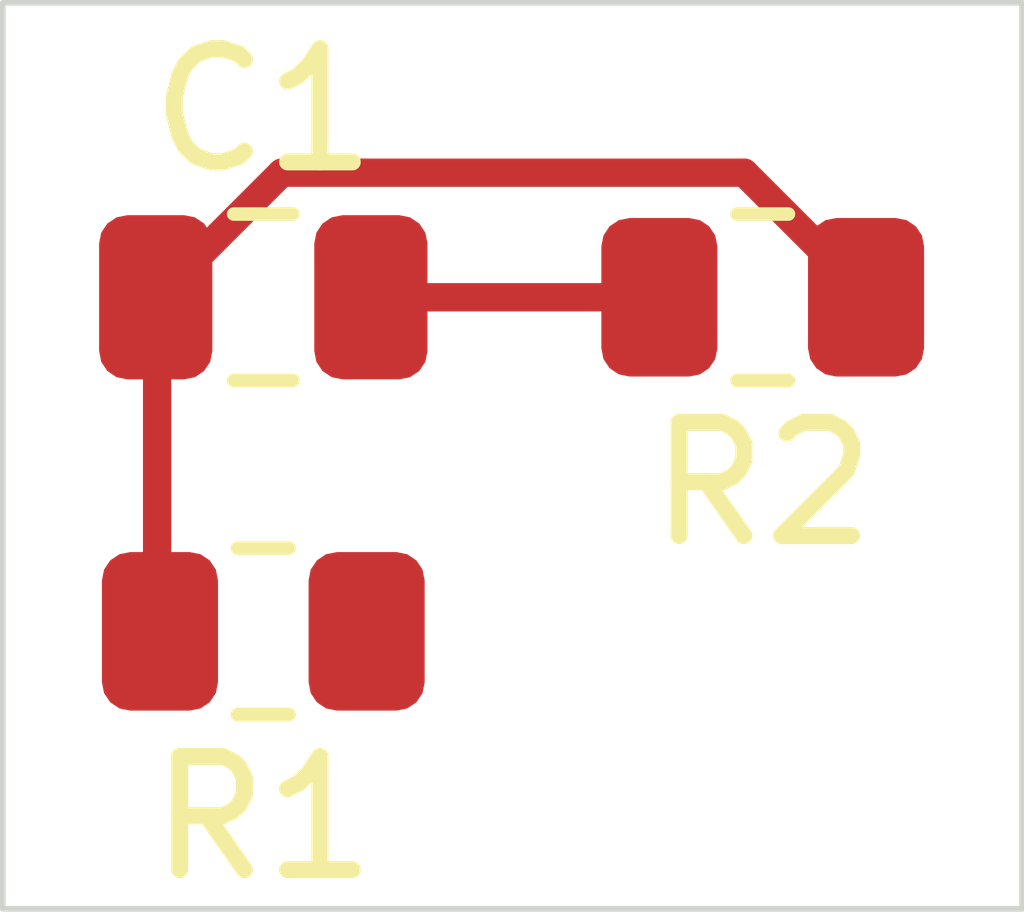
<source format=kicad_pcb>
(kicad_pcb (version 20241228) (generator "pcbnew") (generator_version "9.0")
  (layers (0 "F.Cu" signal) (2 "B.Cu" signal) (13 "F.Paste" user) (15 "B.Paste" user) (5 "F.SilkS" user "F.Silkscreen") (7 "B.SilkS" user "B.Silkscreen") (1 "F.Mask" user) (3 "B.Mask" user) (25 "Edge.Cuts" user))
  (net 0 "")
  (net 1 "GND")
  (net 2 "Net-(C1-Pad1)")
  (net 3 "VCC")
  (footprint "Capacitor_SMD:C_0805_2012Metric" (layer "F.Cu") (at 146.3 78.6)
    (property "Reference" "C1" (at 0 -1.65 0) (layer "F.SilkS"))
    (property "Value" "1uF")
    (fp_line (start -0.261252 -0.735) (end 0.261252 -0.735) (stroke (width 0.12)) (layer "F.SilkS"))
    (fp_line (start -0.261252 0.735) (end 0.261252 0.735) (stroke (width 0.12)) (layer "F.SilkS"))
    (pad "1" smd roundrect (at -0.95 0) (size 1 1.45) (layers "F.Cu" "F.Mask" "F.Paste") (net 2 "Net-(C1-Pad1)"))
    (pad "2" smd roundrect (at 0.95 0) (size 1 1.45) (layers "F.Cu" "F.Mask" "F.Paste") (net 1 "GND"))
  )
  (footprint "Resistor_SMD:R_0805_2012Metric" (layer "F.Cu") (at 146.3 81.55 180)
    (property "Reference" "R1" (at 0 -1.65 0) (layer "F.SilkS"))
    (property "Value" "100")
    (fp_line (start -0.227064 0.735) (end 0.227064 0.735) (stroke (width 0.12)) (layer "F.SilkS"))
    (fp_line (start -0.227064 -0.735) (end 0.227064 -0.735) (stroke (width 0.12)) (layer "F.SilkS"))
    (pad "1" smd roundrect (at -0.9125 0 180) (size 1.025 1.4) (layers "F.Cu" "F.Mask" "F.Paste") (roundrect_rratio 0.243902) (net 3 "VCC"))
    (pad "2" smd roundrect (at 0.9125 0 180) (size 1.025 1.4) (layers "F.Cu" "F.Mask" "F.Paste") (roundrect_rratio 0.243902) (net 2 "Net-(C1-Pad1)"))
  )
  (footprint "Resistor_SMD:R_0805_2012Metric" (layer "F.Cu") (at 150.71 78.6 180)
    (property "Reference" "R2" (at 0 -1.65 0) (layer "F.SilkS"))
    (property "Value" "200")
    (fp_line (start -0.227064 0.735) (end 0.227064 0.735) (stroke (width 0.12)) (layer "F.SilkS"))
    (fp_line (start -0.227064 -0.735) (end 0.227064 -0.735) (stroke (width 0.12)) (layer "F.SilkS"))
    (pad "1" smd roundrect (at -0.9125 0 180) (size 1.025 1.4) (layers "F.Cu" "F.Mask" "F.Paste") (roundrect_rratio 0.243902) (net 2 "Net-(C1-Pad1)"))
    (pad "2" smd roundrect (at 0.9125 0 180) (size 1.025 1.4) (layers "F.Cu" "F.Mask" "F.Paste") (roundrect_rratio 0.243902) (net 1 "GND"))
  )
  (gr_line (start 153 84) (end 153 76) (stroke (width 0.05)) (layer "Edge.Cuts"))
  (gr_line (start 144 76) (end 144 84) (stroke (width 0.05)) (layer "Edge.Cuts"))
  (gr_line (start 153 76) (end 144 76) (stroke (width 0.05)) (layer "Edge.Cuts"))
  (gr_line (start 144 84) (end 153 84) (stroke (width 0.05)) (layer "Edge.Cuts"))
  (segment (start 147.2375 78.6) (end 149.7725 78.6) (width 0.25) (layer "F.Cu") (net 1))
  (segment (start 145.3625 78.6) (end 146.4625 77.5) (width 0.25) (layer "F.Cu") (net 2))
  (segment (start 150.5475 77.5) (end 151.6475 78.6) (width 0.25) (layer "F.Cu") (net 2))
  (segment (start 146.4625 77.5) (end 150.5475 77.5) (width 0.25) (layer "F.Cu") (net 2))
  (segment (start 145.3625 81.55) (end 145.3625 78.6) (width 0.25) (layer "F.Cu") (net 2))
)
</source>
